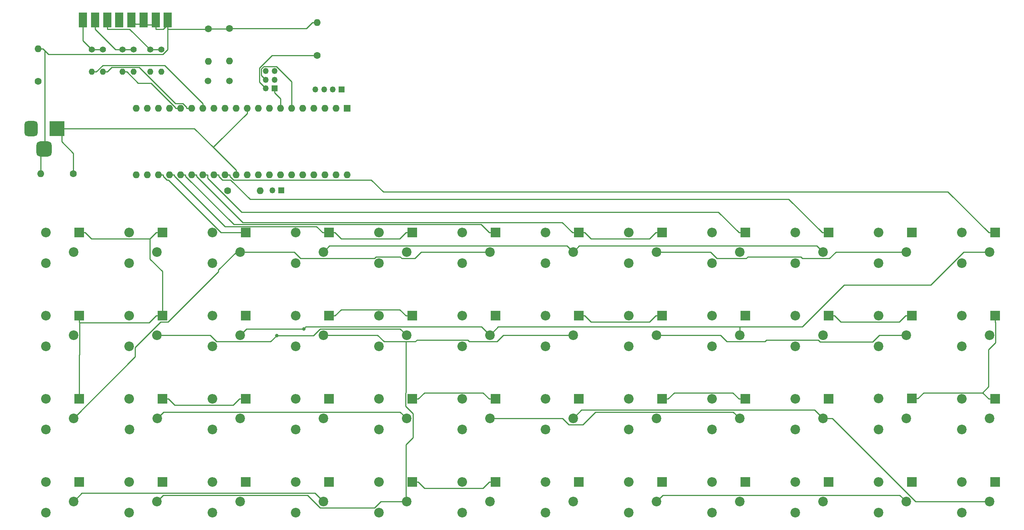
<source format=gbr>
%TF.GenerationSoftware,KiCad,Pcbnew,(6.0.0-0)*%
%TF.CreationDate,2022-06-17T23:46:41-04:00*%
%TF.ProjectId,justin-freetracing,6a757374-696e-42d6-9672-656574726163,rev?*%
%TF.SameCoordinates,Original*%
%TF.FileFunction,Copper,L1,Top*%
%TF.FilePolarity,Positive*%
%FSLAX46Y46*%
G04 Gerber Fmt 4.6, Leading zero omitted, Abs format (unit mm)*
G04 Created by KiCad (PCBNEW (6.0.0-0)) date 2022-06-17 23:46:41*
%MOMM*%
%LPD*%
G01*
G04 APERTURE LIST*
G04 Aperture macros list*
%AMRoundRect*
0 Rectangle with rounded corners*
0 $1 Rounding radius*
0 $2 $3 $4 $5 $6 $7 $8 $9 X,Y pos of 4 corners*
0 Add a 4 corners polygon primitive as box body*
4,1,4,$2,$3,$4,$5,$6,$7,$8,$9,$2,$3,0*
0 Add four circle primitives for the rounded corners*
1,1,$1+$1,$2,$3*
1,1,$1+$1,$4,$5*
1,1,$1+$1,$6,$7*
1,1,$1+$1,$8,$9*
0 Add four rect primitives between the rounded corners*
20,1,$1+$1,$2,$3,$4,$5,0*
20,1,$1+$1,$4,$5,$6,$7,0*
20,1,$1+$1,$6,$7,$8,$9,0*
20,1,$1+$1,$8,$9,$2,$3,0*%
G04 Aperture macros list end*
%TA.AperFunction,ComponentPad*%
%ADD10R,3.500000X3.500000*%
%TD*%
%TA.AperFunction,ComponentPad*%
%ADD11RoundRect,0.750000X-0.750000X-1.000000X0.750000X-1.000000X0.750000X1.000000X-0.750000X1.000000X0*%
%TD*%
%TA.AperFunction,ComponentPad*%
%ADD12RoundRect,0.875000X-0.875000X-0.875000X0.875000X-0.875000X0.875000X0.875000X-0.875000X0.875000X0*%
%TD*%
%TA.AperFunction,ComponentPad*%
%ADD13C,1.600000*%
%TD*%
%TA.AperFunction,ComponentPad*%
%ADD14O,1.600000X1.600000*%
%TD*%
%TA.AperFunction,ComponentPad*%
%ADD15R,1.350000X1.350000*%
%TD*%
%TA.AperFunction,ComponentPad*%
%ADD16O,1.350000X1.350000*%
%TD*%
%TA.AperFunction,ComponentPad*%
%ADD17C,2.200000*%
%TD*%
%TA.AperFunction,ComponentPad*%
%ADD18R,1.600000X1.600000*%
%TD*%
%TA.AperFunction,SMDPad,CuDef*%
%ADD19R,1.846667X3.480000*%
%TD*%
%TA.AperFunction,ComponentPad*%
%ADD20C,1.500000*%
%TD*%
%TA.AperFunction,ComponentPad*%
%ADD21R,2.200000X2.200000*%
%TD*%
%TA.AperFunction,ComponentPad*%
%ADD22O,2.200000X2.200000*%
%TD*%
%TA.AperFunction,ComponentPad*%
%ADD23C,1.400000*%
%TD*%
%TA.AperFunction,ComponentPad*%
%ADD24O,1.400000X1.400000*%
%TD*%
%TA.AperFunction,ViaPad*%
%ADD25C,0.800000*%
%TD*%
%TA.AperFunction,Conductor*%
%ADD26C,0.250000*%
%TD*%
G04 APERTURE END LIST*
D10*
%TO.P,J5,1*%
%TO.N,VCC*%
X21670000Y-73300000D03*
D11*
%TO.P,J5,2*%
%TO.N,unconnected-(J5-Pad2)*%
X15670000Y-73300000D03*
D12*
%TO.P,J5,3*%
%TO.N,GND*%
X18670000Y-78000000D03*
%TD*%
D13*
%TO.P,C6,1*%
%TO.N,VCC*%
X25380000Y-83640000D03*
D14*
%TO.P,C6,2*%
%TO.N,GND*%
X17880000Y-83640000D03*
%TD*%
%TO.P,C5,2*%
%TO.N,GND*%
X17280000Y-55020000D03*
D13*
%TO.P,C5,1*%
%TO.N,VCC*%
X17280000Y-62520000D03*
%TD*%
%TO.P,C4,1*%
%TO.N,VCC*%
X81160000Y-56570000D03*
D14*
%TO.P,C4,2*%
%TO.N,GND*%
X81160000Y-49070000D03*
%TD*%
D15*
%TO.P,J2,1,Pin_1*%
%TO.N,/MISO*%
X71393000Y-64126000D03*
D16*
%TO.P,J2,2,Pin_2*%
%TO.N,VCC*%
X69393000Y-64126000D03*
%TO.P,J2,3,Pin_3*%
%TO.N,/PB7*%
X71393000Y-62126000D03*
%TO.P,J2,4,Pin_4*%
%TO.N,/MOSI*%
X69393000Y-62126000D03*
%TO.P,J2,5,Pin_5*%
%TO.N,/~RESET*%
X71393000Y-60126000D03*
%TO.P,J2,6,Pin_6*%
%TO.N,GND*%
X69393000Y-60126000D03*
%TD*%
D17*
%TO.P,K27,1,1*%
%TO.N,/KR2*%
X139700000Y-139700000D03*
%TO.P,K27,2,2*%
%TO.N,Net-(D27-Pad2)*%
X133350000Y-142240000D03*
%TD*%
%TO.P,K6,1,1*%
%TO.N,/KR5*%
X44450000Y-120650000D03*
%TO.P,K6,2,2*%
%TO.N,Net-(D6-Pad2)*%
X38100000Y-123190000D03*
%TD*%
%TO.P,K26,1,1*%
%TO.N,/KR1*%
X139700000Y-120650000D03*
%TO.P,K26,2,2*%
%TO.N,Net-(D26-Pad2)*%
X133350000Y-123190000D03*
%TD*%
%TO.P,K25,1,1*%
%TO.N,/KR0*%
X139700000Y-101600000D03*
%TO.P,K25,2,2*%
%TO.N,Net-(D25-Pad2)*%
X133350000Y-104140000D03*
%TD*%
D18*
%TO.P,U1,1,PB0*%
%TO.N,/PB0*%
X87985000Y-68705000D03*
D14*
%TO.P,U1,2,PB1*%
%TO.N,/PB1*%
X85445000Y-68705000D03*
%TO.P,U1,3,PB2*%
%TO.N,/PB2*%
X82905000Y-68705000D03*
%TO.P,U1,4,PB3*%
%TO.N,/PB3*%
X80365000Y-68705000D03*
%TO.P,U1,5,PB4*%
%TO.N,/PB4*%
X77825000Y-68705000D03*
%TO.P,U1,6,PB5*%
%TO.N,/MOSI*%
X75285000Y-68705000D03*
%TO.P,U1,7,PB6*%
%TO.N,/MISO*%
X72745000Y-68705000D03*
%TO.P,U1,8,PB7*%
%TO.N,/PB7*%
X70205000Y-68705000D03*
%TO.P,U1,9,~{RESET}*%
%TO.N,/~RESET*%
X67665000Y-68705000D03*
%TO.P,U1,10,VCC*%
%TO.N,VCC*%
X65125000Y-68705000D03*
%TO.P,U1,11,GND*%
%TO.N,GND*%
X62585000Y-68705000D03*
%TO.P,U1,12,XTAL2*%
%TO.N,Net-(C2-Pad2)*%
X60045000Y-68705000D03*
%TO.P,U1,13,XTAL1*%
%TO.N,Net-(C1-Pad2)*%
X57505000Y-68705000D03*
%TO.P,U1,14,PD0*%
%TO.N,Net-(R50-Pad2)*%
X54965000Y-68705000D03*
%TO.P,U1,15,PD1*%
%TO.N,Net-(R54-Pad2)*%
X52425000Y-68705000D03*
%TO.P,U1,16,PD2*%
%TO.N,Net-(R49-Pad2)*%
X49885000Y-68705000D03*
%TO.P,U1,17,PD3*%
%TO.N,Net-(R52-Pad2)*%
X47345000Y-68705000D03*
%TO.P,U1,18,PD4*%
%TO.N,Net-(R51-Pad2)*%
X44805000Y-68705000D03*
%TO.P,U1,19,PD5*%
%TO.N,Net-(R53-Pad2)*%
X42265000Y-68705000D03*
%TO.P,U1,20,PD6*%
%TO.N,/VSYNC*%
X39725000Y-68705000D03*
%TO.P,U1,21,PD7*%
%TO.N,/HSYNC*%
X39725000Y-83945000D03*
%TO.P,U1,22,PC0*%
%TO.N,/KC0*%
X42265000Y-83945000D03*
%TO.P,U1,23,PC1*%
%TO.N,/KC1*%
X44805000Y-83945000D03*
%TO.P,U1,24,PC2*%
%TO.N,/KC2*%
X47345000Y-83945000D03*
%TO.P,U1,25,PC3*%
%TO.N,/KC3*%
X49885000Y-83945000D03*
%TO.P,U1,26,PC4*%
%TO.N,/KC4*%
X52425000Y-83945000D03*
%TO.P,U1,27,PC5*%
%TO.N,/KC5*%
X54965000Y-83945000D03*
%TO.P,U1,28,PC6*%
%TO.N,/KC6*%
X57505000Y-83945000D03*
%TO.P,U1,29,PC7*%
%TO.N,/KC7*%
X60045000Y-83945000D03*
%TO.P,U1,30,AVCC*%
%TO.N,VCC*%
X62585000Y-83945000D03*
%TO.P,U1,31,GND*%
%TO.N,GND*%
X65125000Y-83945000D03*
%TO.P,U1,32,AREF*%
%TO.N,Net-(C3-Pad2)*%
X67665000Y-83945000D03*
%TO.P,U1,33,PA7*%
%TO.N,/PA7*%
X70205000Y-83945000D03*
%TO.P,U1,34,PA6*%
%TO.N,/PA6*%
X72745000Y-83945000D03*
%TO.P,U1,35,PA5*%
%TO.N,/KR5*%
X75285000Y-83945000D03*
%TO.P,U1,36,PA4*%
%TO.N,/KR4*%
X77825000Y-83945000D03*
%TO.P,U1,37,PA3*%
%TO.N,/KR3*%
X80365000Y-83945000D03*
%TO.P,U1,38,PA2*%
%TO.N,/KR2*%
X82905000Y-83945000D03*
%TO.P,U1,39,PA1*%
%TO.N,/KR1*%
X85445000Y-83945000D03*
%TO.P,U1,40,PA0*%
%TO.N,/KR0*%
X87985000Y-83945000D03*
%TD*%
D17*
%TO.P,K44,1,1*%
%TO.N,/KR1*%
X215900000Y-158750000D03*
%TO.P,K44,2,2*%
%TO.N,Net-(D44-Pad2)*%
X209550000Y-161290000D03*
%TD*%
%TO.P,K33,1,1*%
%TO.N,/KR2*%
X177800000Y-101600000D03*
%TO.P,K33,2,2*%
%TO.N,Net-(D33-Pad2)*%
X171450000Y-104140000D03*
%TD*%
%TO.P,K2,1,1*%
%TO.N,/KR1*%
X25400000Y-120650000D03*
%TO.P,K2,2,2*%
%TO.N,Net-(D2-Pad2)*%
X19050000Y-123190000D03*
%TD*%
D14*
%TO.P,C3,2*%
%TO.N,Net-(C3-Pad2)*%
X68150000Y-87570000D03*
D13*
%TO.P,C3,1*%
%TO.N,GND*%
X60650000Y-87570000D03*
%TD*%
D17*
%TO.P,K36,1,1*%
%TO.N,/KR5*%
X177800000Y-158750000D03*
%TO.P,K36,2,2*%
%TO.N,Net-(D36-Pad2)*%
X171450000Y-161290000D03*
%TD*%
%TO.P,K8,1,1*%
%TO.N,/KR1*%
X44450000Y-158750000D03*
%TO.P,K8,2,2*%
%TO.N,Net-(D8-Pad2)*%
X38100000Y-161290000D03*
%TD*%
%TO.P,K12,1,1*%
%TO.N,/KR5*%
X63500000Y-158750000D03*
%TO.P,K12,2,2*%
%TO.N,Net-(D12-Pad2)*%
X57150000Y-161290000D03*
%TD*%
%TO.P,K5,1,1*%
%TO.N,/KR4*%
X44450000Y-101600000D03*
%TO.P,K5,2,2*%
%TO.N,Net-(D5-Pad2)*%
X38100000Y-104140000D03*
%TD*%
%TO.P,K14,1,1*%
%TO.N,/KR1*%
X82550000Y-120650000D03*
%TO.P,K14,2,2*%
%TO.N,Net-(D14-Pad2)*%
X76200000Y-123190000D03*
%TD*%
%TO.P,K38,1,1*%
%TO.N,/KR1*%
X196850000Y-120650000D03*
%TO.P,K38,2,2*%
%TO.N,Net-(D38-Pad2)*%
X190500000Y-123190000D03*
%TD*%
%TO.P,K23,1,1*%
%TO.N,/KR4*%
X120650000Y-139700000D03*
%TO.P,K23,2,2*%
%TO.N,Net-(D23-Pad2)*%
X114300000Y-142240000D03*
%TD*%
%TO.P,K16,1,1*%
%TO.N,/KR3*%
X82550000Y-158750000D03*
%TO.P,K16,2,2*%
%TO.N,Net-(D16-Pad2)*%
X76200000Y-161290000D03*
%TD*%
%TO.P,K10,1,1*%
%TO.N,/KR3*%
X63500000Y-120650000D03*
%TO.P,K10,2,2*%
%TO.N,Net-(D10-Pad2)*%
X57150000Y-123190000D03*
%TD*%
%TO.P,K43,1,1*%
%TO.N,/KR0*%
X215900000Y-139700000D03*
%TO.P,K43,2,2*%
%TO.N,Net-(D43-Pad2)*%
X209550000Y-142240000D03*
%TD*%
%TO.P,K48,1,1*%
%TO.N,/KR5*%
X234950000Y-139700000D03*
%TO.P,K48,2,2*%
%TO.N,Net-(D48-Pad2)*%
X228600000Y-142240000D03*
%TD*%
D15*
%TO.P,J4,1,Pin_1*%
%TO.N,/PB0*%
X86719000Y-64358000D03*
D16*
%TO.P,J4,2,Pin_2*%
%TO.N,/PB1*%
X84719000Y-64358000D03*
%TO.P,J4,3,Pin_3*%
%TO.N,/PB2*%
X82719000Y-64358000D03*
%TO.P,J4,4,Pin_4*%
%TO.N,/PB3*%
X80719000Y-64358000D03*
%TD*%
D17*
%TO.P,K13,1,1*%
%TO.N,/KR0*%
X82550000Y-101600000D03*
%TO.P,K13,2,2*%
%TO.N,Net-(D13-Pad2)*%
X76200000Y-104140000D03*
%TD*%
%TO.P,K29,1,1*%
%TO.N,/KR4*%
X158750000Y-101600000D03*
%TO.P,K29,2,2*%
%TO.N,Net-(D29-Pad2)*%
X152400000Y-104140000D03*
%TD*%
%TO.P,K15,1,1*%
%TO.N,/KR2*%
X82550000Y-139700000D03*
%TO.P,K15,2,2*%
%TO.N,Net-(D15-Pad2)*%
X76200000Y-142240000D03*
%TD*%
%TO.P,K7,1,1*%
%TO.N,/KR0*%
X44577000Y-139700000D03*
%TO.P,K7,2,2*%
%TO.N,Net-(D7-Pad2)*%
X38227000Y-142240000D03*
%TD*%
%TO.P,K47,1,1*%
%TO.N,/KR4*%
X234950000Y-120650000D03*
%TO.P,K47,2,2*%
%TO.N,Net-(D47-Pad2)*%
X228600000Y-123190000D03*
%TD*%
%TO.P,K28,1,1*%
%TO.N,/KR3*%
X139700000Y-158750000D03*
%TO.P,K28,2,2*%
%TO.N,Net-(D28-Pad2)*%
X133350000Y-161290000D03*
%TD*%
%TO.P,K46,1,1*%
%TO.N,/KR3*%
X234950000Y-101600000D03*
%TO.P,K46,2,2*%
%TO.N,Net-(D46-Pad2)*%
X228600000Y-104140000D03*
%TD*%
%TO.P,K9,1,1*%
%TO.N,/KR2*%
X63500000Y-101600000D03*
%TO.P,K9,2,2*%
%TO.N,Net-(D9-Pad2)*%
X57150000Y-104140000D03*
%TD*%
%TO.P,K20,1,1*%
%TO.N,/KR1*%
X101600000Y-158750000D03*
%TO.P,K20,2,2*%
%TO.N,Net-(D20-Pad2)*%
X95250000Y-161290000D03*
%TD*%
%TO.P,K45,1,1*%
%TO.N,/KR2*%
X234950000Y-158750000D03*
%TO.P,K45,2,2*%
%TO.N,Net-(D45-Pad2)*%
X228600000Y-161290000D03*
%TD*%
D19*
%TO.P,J1,1*%
%TO.N,/RED*%
X27575000Y-48482500D03*
%TO.P,J1,2*%
%TO.N,/GREEN*%
X30345000Y-48482500D03*
%TO.P,J1,3*%
%TO.N,/BLUE*%
X33115000Y-48482500D03*
%TO.P,J1,4*%
%TO.N,unconnected-(J1-Pad4)*%
X35885000Y-48482500D03*
%TO.P,J1,5*%
%TO.N,GND*%
X38655000Y-48482500D03*
%TO.P,J1,6*%
X41425000Y-48482500D03*
%TO.P,J1,7*%
X44195000Y-48482500D03*
%TO.P,J1,8*%
X46965000Y-48482500D03*
%TD*%
D17*
%TO.P,K17,1,1*%
%TO.N,/KR4*%
X101600000Y-101600000D03*
%TO.P,K17,2,2*%
%TO.N,Net-(D17-Pad2)*%
X95250000Y-104140000D03*
%TD*%
%TO.P,K34,1,1*%
%TO.N,/KR3*%
X177800000Y-120650000D03*
%TO.P,K34,2,2*%
%TO.N,Net-(D34-Pad2)*%
X171450000Y-123190000D03*
%TD*%
%TO.P,K32,1,1*%
%TO.N,/KR1*%
X158750000Y-158750000D03*
%TO.P,K32,2,2*%
%TO.N,Net-(D32-Pad2)*%
X152400000Y-161290000D03*
%TD*%
%TO.P,K40,1,1*%
%TO.N,/KR3*%
X196850000Y-158750000D03*
%TO.P,K40,2,2*%
%TO.N,Net-(D40-Pad2)*%
X190500000Y-161290000D03*
%TD*%
%TO.P,K31,1,1*%
%TO.N,/KR0*%
X158750000Y-139700000D03*
%TO.P,K31,2,2*%
%TO.N,Net-(D31-Pad2)*%
X152400000Y-142240000D03*
%TD*%
%TO.P,K18,1,1*%
%TO.N,/KR5*%
X101600000Y-120650000D03*
%TO.P,K18,2,2*%
%TO.N,Net-(D18-Pad2)*%
X95250000Y-123190000D03*
%TD*%
%TO.P,K41,1,1*%
%TO.N,/KR4*%
X215900000Y-101600000D03*
%TO.P,K41,2,2*%
%TO.N,Net-(D41-Pad2)*%
X209550000Y-104140000D03*
%TD*%
%TO.P,K39,1,1*%
%TO.N,/KR2*%
X196850000Y-139700000D03*
%TO.P,K39,2,2*%
%TO.N,Net-(D39-Pad2)*%
X190500000Y-142240000D03*
%TD*%
%TO.P,K21,1,1*%
%TO.N,/KR2*%
X120650000Y-101600000D03*
%TO.P,K21,2,2*%
%TO.N,Net-(D21-Pad2)*%
X114300000Y-104140000D03*
%TD*%
D14*
%TO.P,C2,2*%
%TO.N,Net-(C2-Pad2)*%
X61075000Y-57880000D03*
D13*
%TO.P,C2,1*%
%TO.N,GND*%
X61075000Y-50380000D03*
%TD*%
D17*
%TO.P,K37,1,1*%
%TO.N,/KR0*%
X196850000Y-101600000D03*
%TO.P,K37,2,2*%
%TO.N,Net-(D37-Pad2)*%
X190500000Y-104140000D03*
%TD*%
%TO.P,K3,1,1*%
%TO.N,/KR2*%
X25400000Y-139700000D03*
%TO.P,K3,2,2*%
%TO.N,Net-(D3-Pad2)*%
X19050000Y-142240000D03*
%TD*%
%TO.P,K24,1,1*%
%TO.N,/KR5*%
X120650000Y-158750000D03*
%TO.P,K24,2,2*%
%TO.N,Net-(D24-Pad2)*%
X114300000Y-161290000D03*
%TD*%
D14*
%TO.P,C1,2*%
%TO.N,Net-(C1-Pad2)*%
X56230000Y-57940000D03*
D13*
%TO.P,C1,1*%
%TO.N,GND*%
X56230000Y-50440000D03*
%TD*%
D17*
%TO.P,K1,1,1*%
%TO.N,/KR0*%
X25400000Y-101600000D03*
%TO.P,K1,2,2*%
%TO.N,Net-(D1-Pad2)*%
X19050000Y-104140000D03*
%TD*%
D15*
%TO.P,J3,1,Pin_1*%
%TO.N,/PA6*%
X72920000Y-87500000D03*
D16*
%TO.P,J3,2,Pin_2*%
%TO.N,/PA7*%
X70920000Y-87500000D03*
%TD*%
D17*
%TO.P,K42,1,1*%
%TO.N,/KR5*%
X215900000Y-120650000D03*
%TO.P,K42,2,2*%
%TO.N,Net-(D42-Pad2)*%
X209550000Y-123190000D03*
%TD*%
%TO.P,K19,1,1*%
%TO.N,/KR0*%
X101600000Y-139700000D03*
%TO.P,K19,2,2*%
%TO.N,Net-(D19-Pad2)*%
X95250000Y-142240000D03*
%TD*%
%TO.P,K35,1,1*%
%TO.N,/KR4*%
X177800000Y-139700000D03*
%TO.P,K35,2,2*%
%TO.N,Net-(D35-Pad2)*%
X171450000Y-142240000D03*
%TD*%
%TO.P,K11,1,1*%
%TO.N,/KR4*%
X63500000Y-139700000D03*
%TO.P,K11,2,2*%
%TO.N,Net-(D11-Pad2)*%
X57150000Y-142240000D03*
%TD*%
%TO.P,K22,1,1*%
%TO.N,/KR3*%
X120650000Y-120650000D03*
%TO.P,K22,2,2*%
%TO.N,Net-(D22-Pad2)*%
X114300000Y-123190000D03*
%TD*%
%TO.P,K4,1,1*%
%TO.N,/KR3*%
X25400000Y-158750000D03*
%TO.P,K4,2,2*%
%TO.N,Net-(D4-Pad2)*%
X19050000Y-161290000D03*
%TD*%
D20*
%TO.P,Y1,1,1*%
%TO.N,Net-(C2-Pad2)*%
X61075000Y-62405000D03*
%TO.P,Y1,2,2*%
%TO.N,Net-(C1-Pad2)*%
X56195000Y-62405000D03*
%TD*%
D17*
%TO.P,K30,1,1*%
%TO.N,/KR5*%
X158750000Y-120650000D03*
%TO.P,K30,2,2*%
%TO.N,Net-(D30-Pad2)*%
X152400000Y-123190000D03*
%TD*%
D21*
%TO.P,D45,1,K*%
%TO.N,/KC7*%
X236220000Y-154305000D03*
D22*
%TO.P,D45,2,A*%
%TO.N,Net-(D45-Pad2)*%
X228600000Y-154305000D03*
%TD*%
D21*
%TO.P,D17,1,K*%
%TO.N,/KC2*%
X102870000Y-97155000D03*
D22*
%TO.P,D17,2,A*%
%TO.N,Net-(D17-Pad2)*%
X95250000Y-97155000D03*
%TD*%
D21*
%TO.P,D25,1,K*%
%TO.N,/KC4*%
X140970000Y-97155000D03*
D22*
%TO.P,D25,2,A*%
%TO.N,Net-(D25-Pad2)*%
X133350000Y-97155000D03*
%TD*%
D21*
%TO.P,D23,1,K*%
%TO.N,/KC3*%
X121920000Y-135255000D03*
D22*
%TO.P,D23,2,A*%
%TO.N,Net-(D23-Pad2)*%
X114300000Y-135255000D03*
%TD*%
D21*
%TO.P,D7,1,K*%
%TO.N,/KC1*%
X45720000Y-135255000D03*
D22*
%TO.P,D7,2,A*%
%TO.N,Net-(D7-Pad2)*%
X38100000Y-135255000D03*
%TD*%
D23*
%TO.P,R50,1*%
%TO.N,/RED*%
X29595000Y-55245000D03*
D24*
%TO.P,R50,2*%
%TO.N,Net-(R50-Pad2)*%
X29595000Y-60325000D03*
%TD*%
D21*
%TO.P,D37,1,K*%
%TO.N,/KC6*%
X198120000Y-97155000D03*
D22*
%TO.P,D37,2,A*%
%TO.N,Net-(D37-Pad2)*%
X190500000Y-97155000D03*
%TD*%
D21*
%TO.P,D41,1,K*%
%TO.N,/KC6*%
X217170000Y-97155000D03*
D22*
%TO.P,D41,2,A*%
%TO.N,Net-(D41-Pad2)*%
X209550000Y-97155000D03*
%TD*%
D21*
%TO.P,D28,1,K*%
%TO.N,/KC4*%
X140970000Y-154305000D03*
D22*
%TO.P,D28,2,A*%
%TO.N,Net-(D28-Pad2)*%
X133350000Y-154305000D03*
%TD*%
D21*
%TO.P,D11,1,K*%
%TO.N,/KC1*%
X64770000Y-135255000D03*
D22*
%TO.P,D11,2,A*%
%TO.N,Net-(D11-Pad2)*%
X57150000Y-135255000D03*
%TD*%
D21*
%TO.P,D43,1,K*%
%TO.N,/KC7*%
X217170000Y-135128000D03*
D22*
%TO.P,D43,2,A*%
%TO.N,Net-(D43-Pad2)*%
X209550000Y-135128000D03*
%TD*%
D23*
%TO.P,R52,1*%
%TO.N,/GREEN*%
X39120000Y-55245000D03*
D24*
%TO.P,R52,2*%
%TO.N,Net-(R52-Pad2)*%
X39120000Y-60325000D03*
%TD*%
D21*
%TO.P,D21,1,K*%
%TO.N,/KC3*%
X121920000Y-97155000D03*
D22*
%TO.P,D21,2,A*%
%TO.N,Net-(D21-Pad2)*%
X114300000Y-97155000D03*
%TD*%
D21*
%TO.P,D27,1,K*%
%TO.N,/KC4*%
X140970000Y-135255000D03*
D22*
%TO.P,D27,2,A*%
%TO.N,Net-(D27-Pad2)*%
X133350000Y-135255000D03*
%TD*%
D21*
%TO.P,D35,1,K*%
%TO.N,/KC5*%
X179070000Y-135255000D03*
D22*
%TO.P,D35,2,A*%
%TO.N,Net-(D35-Pad2)*%
X171450000Y-135255000D03*
%TD*%
D21*
%TO.P,D16,1,K*%
%TO.N,/KC2*%
X83820000Y-154305000D03*
D22*
%TO.P,D16,2,A*%
%TO.N,Net-(D16-Pad2)*%
X76200000Y-154305000D03*
%TD*%
D21*
%TO.P,D19,1,K*%
%TO.N,/KC3*%
X102870000Y-135255000D03*
D22*
%TO.P,D19,2,A*%
%TO.N,Net-(D19-Pad2)*%
X95250000Y-135255000D03*
%TD*%
D21*
%TO.P,D42,1,K*%
%TO.N,/KC6*%
X217170000Y-116205000D03*
D22*
%TO.P,D42,2,A*%
%TO.N,Net-(D42-Pad2)*%
X209550000Y-116205000D03*
%TD*%
D21*
%TO.P,D31,1,K*%
%TO.N,/KC5*%
X160020000Y-135255000D03*
D22*
%TO.P,D31,2,A*%
%TO.N,Net-(D31-Pad2)*%
X152400000Y-135255000D03*
%TD*%
D21*
%TO.P,D38,1,K*%
%TO.N,/KC6*%
X198120000Y-116205000D03*
D22*
%TO.P,D38,2,A*%
%TO.N,Net-(D38-Pad2)*%
X190500000Y-116205000D03*
%TD*%
D21*
%TO.P,D15,1,K*%
%TO.N,/KC2*%
X83820000Y-135255000D03*
D22*
%TO.P,D15,2,A*%
%TO.N,Net-(D15-Pad2)*%
X76200000Y-135255000D03*
%TD*%
D21*
%TO.P,D34,1,K*%
%TO.N,/KC5*%
X179070000Y-116205000D03*
D22*
%TO.P,D34,2,A*%
%TO.N,Net-(D34-Pad2)*%
X171450000Y-116205000D03*
%TD*%
D21*
%TO.P,D10,1,K*%
%TO.N,/KC1*%
X64770000Y-116205000D03*
D22*
%TO.P,D10,2,A*%
%TO.N,Net-(D10-Pad2)*%
X57150000Y-116205000D03*
%TD*%
D23*
%TO.P,R53,1*%
%TO.N,/BLUE*%
X42930000Y-55245000D03*
D24*
%TO.P,R53,2*%
%TO.N,Net-(R53-Pad2)*%
X42930000Y-60325000D03*
%TD*%
D21*
%TO.P,D40,1,K*%
%TO.N,/KC6*%
X198120000Y-154305000D03*
D22*
%TO.P,D40,2,A*%
%TO.N,Net-(D40-Pad2)*%
X190500000Y-154305000D03*
%TD*%
D21*
%TO.P,D13,1,K*%
%TO.N,/KC2*%
X83820000Y-97155000D03*
D22*
%TO.P,D13,2,A*%
%TO.N,Net-(D13-Pad2)*%
X76200000Y-97155000D03*
%TD*%
D21*
%TO.P,D29,1,K*%
%TO.N,/KC4*%
X160020000Y-97155000D03*
D22*
%TO.P,D29,2,A*%
%TO.N,Net-(D29-Pad2)*%
X152400000Y-97155000D03*
%TD*%
D21*
%TO.P,D6,1,K*%
%TO.N,/KC0*%
X45720000Y-116205000D03*
D22*
%TO.P,D6,2,A*%
%TO.N,Net-(D6-Pad2)*%
X38100000Y-116205000D03*
%TD*%
D21*
%TO.P,D5,1,K*%
%TO.N,/KC0*%
X45720000Y-97155000D03*
D22*
%TO.P,D5,2,A*%
%TO.N,Net-(D5-Pad2)*%
X38100000Y-97155000D03*
%TD*%
D21*
%TO.P,D12,1,K*%
%TO.N,/KC1*%
X64770000Y-154305000D03*
D22*
%TO.P,D12,2,A*%
%TO.N,Net-(D12-Pad2)*%
X57150000Y-154305000D03*
%TD*%
D21*
%TO.P,D32,1,K*%
%TO.N,/KC5*%
X160020000Y-154305000D03*
D22*
%TO.P,D32,2,A*%
%TO.N,Net-(D32-Pad2)*%
X152400000Y-154305000D03*
%TD*%
D21*
%TO.P,D44,1,K*%
%TO.N,/KC7*%
X217170000Y-154305000D03*
D22*
%TO.P,D44,2,A*%
%TO.N,Net-(D44-Pad2)*%
X209550000Y-154305000D03*
%TD*%
D23*
%TO.P,R54,1*%
%TO.N,/RED*%
X32135000Y-55245000D03*
D24*
%TO.P,R54,2*%
%TO.N,Net-(R54-Pad2)*%
X32135000Y-60325000D03*
%TD*%
D21*
%TO.P,D8,1,K*%
%TO.N,/KC1*%
X45720000Y-154305000D03*
D22*
%TO.P,D8,2,A*%
%TO.N,Net-(D8-Pad2)*%
X38100000Y-154305000D03*
%TD*%
D21*
%TO.P,D9,1,K*%
%TO.N,/KC1*%
X64770000Y-97155000D03*
D22*
%TO.P,D9,2,A*%
%TO.N,Net-(D9-Pad2)*%
X57150000Y-97155000D03*
%TD*%
D21*
%TO.P,D14,1,K*%
%TO.N,/KC2*%
X83820000Y-116205000D03*
D22*
%TO.P,D14,2,A*%
%TO.N,Net-(D14-Pad2)*%
X76200000Y-116205000D03*
%TD*%
D21*
%TO.P,D20,1,K*%
%TO.N,/KC3*%
X102870000Y-154305000D03*
D22*
%TO.P,D20,2,A*%
%TO.N,Net-(D20-Pad2)*%
X95250000Y-154305000D03*
%TD*%
D21*
%TO.P,D46,1,K*%
%TO.N,/KC7*%
X236220000Y-97155000D03*
D22*
%TO.P,D46,2,A*%
%TO.N,Net-(D46-Pad2)*%
X228600000Y-97155000D03*
%TD*%
D21*
%TO.P,D18,1,K*%
%TO.N,/KC2*%
X102870000Y-116205000D03*
D22*
%TO.P,D18,2,A*%
%TO.N,Net-(D18-Pad2)*%
X95250000Y-116205000D03*
%TD*%
D21*
%TO.P,D47,1,K*%
%TO.N,/KC7*%
X236220000Y-116205000D03*
D22*
%TO.P,D47,2,A*%
%TO.N,Net-(D47-Pad2)*%
X228600000Y-116205000D03*
%TD*%
D21*
%TO.P,D24,1,K*%
%TO.N,/KC3*%
X121920000Y-154305000D03*
D22*
%TO.P,D24,2,A*%
%TO.N,Net-(D24-Pad2)*%
X114300000Y-154305000D03*
%TD*%
D21*
%TO.P,D22,1,K*%
%TO.N,/KC3*%
X121920000Y-116205000D03*
D22*
%TO.P,D22,2,A*%
%TO.N,Net-(D22-Pad2)*%
X114300000Y-116205000D03*
%TD*%
D23*
%TO.P,R49,1*%
%TO.N,/GREEN*%
X36580000Y-55245000D03*
D24*
%TO.P,R49,2*%
%TO.N,Net-(R49-Pad2)*%
X36580000Y-60325000D03*
%TD*%
D21*
%TO.P,D4,1,K*%
%TO.N,/KC0*%
X26670000Y-154305000D03*
D22*
%TO.P,D4,2,A*%
%TO.N,Net-(D4-Pad2)*%
X19050000Y-154305000D03*
%TD*%
D21*
%TO.P,D3,1,K*%
%TO.N,/KC0*%
X26670000Y-135255000D03*
D22*
%TO.P,D3,2,A*%
%TO.N,Net-(D3-Pad2)*%
X19050000Y-135255000D03*
%TD*%
D23*
%TO.P,R51,1*%
%TO.N,/BLUE*%
X45470000Y-55245000D03*
D24*
%TO.P,R51,2*%
%TO.N,Net-(R51-Pad2)*%
X45470000Y-60325000D03*
%TD*%
D21*
%TO.P,D1,1,K*%
%TO.N,/KC0*%
X26670000Y-97155000D03*
D22*
%TO.P,D1,2,A*%
%TO.N,Net-(D1-Pad2)*%
X19050000Y-97155000D03*
%TD*%
D21*
%TO.P,D33,1,K*%
%TO.N,/KC5*%
X179070000Y-97155000D03*
D22*
%TO.P,D33,2,A*%
%TO.N,Net-(D33-Pad2)*%
X171450000Y-97155000D03*
%TD*%
D21*
%TO.P,D2,1,K*%
%TO.N,/KC0*%
X26670000Y-116205000D03*
D22*
%TO.P,D2,2,A*%
%TO.N,Net-(D2-Pad2)*%
X19050000Y-116205000D03*
%TD*%
D21*
%TO.P,D39,1,K*%
%TO.N,/KC6*%
X198120000Y-135255000D03*
D22*
%TO.P,D39,2,A*%
%TO.N,Net-(D39-Pad2)*%
X190500000Y-135255000D03*
%TD*%
D21*
%TO.P,D26,1,K*%
%TO.N,/KC4*%
X140970000Y-116205000D03*
D22*
%TO.P,D26,2,A*%
%TO.N,Net-(D26-Pad2)*%
X133350000Y-116205000D03*
%TD*%
D21*
%TO.P,D48,1,K*%
%TO.N,/KC7*%
X236220000Y-135255000D03*
D22*
%TO.P,D48,2,A*%
%TO.N,Net-(D48-Pad2)*%
X228600000Y-135255000D03*
%TD*%
D21*
%TO.P,D36,1,K*%
%TO.N,/KC5*%
X179070000Y-154305000D03*
D22*
%TO.P,D36,2,A*%
%TO.N,Net-(D36-Pad2)*%
X171450000Y-154305000D03*
%TD*%
D21*
%TO.P,D30,1,K*%
%TO.N,/KC4*%
X160020000Y-116205000D03*
D22*
%TO.P,D30,2,A*%
%TO.N,Net-(D30-Pad2)*%
X152400000Y-116205000D03*
%TD*%
D25*
%TO.N,/KR3*%
X78071900Y-119186000D03*
%TO.N,/KR5*%
X71939400Y-120705000D03*
%TD*%
D26*
%TO.N,VCC*%
X57360300Y-77595000D02*
X53065300Y-73300000D01*
X53065300Y-73300000D02*
X21670000Y-73300000D01*
%TO.N,GND*%
X18670000Y-78000000D02*
X17880000Y-78790000D01*
X17880000Y-78790000D02*
X17880000Y-83640000D01*
%TO.N,VCC*%
X22707700Y-76325000D02*
X25380000Y-78997300D01*
X25380000Y-78997300D02*
X25380000Y-83640000D01*
%TO.N,/KR1*%
X95722900Y-158750000D02*
X101600000Y-158750000D01*
X94292200Y-160181000D02*
X95722900Y-158750000D01*
X81828500Y-160181000D02*
X94292200Y-160181000D01*
X78928400Y-157281000D02*
X81828500Y-160181000D01*
X45919400Y-157281000D02*
X78928400Y-157281000D01*
X44450000Y-158750000D02*
X45919400Y-157281000D01*
X101445000Y-158595000D02*
X101600000Y-158750000D01*
X101445000Y-145684000D02*
X101445000Y-158595000D01*
X103046000Y-144083000D02*
X101445000Y-145684000D01*
X103046000Y-138613000D02*
X103046000Y-144083000D01*
X101379000Y-136946000D02*
X103046000Y-138613000D01*
X101379000Y-133896000D02*
X101379000Y-136946000D01*
X101478000Y-133796000D02*
X101379000Y-133896000D01*
X101478000Y-122122000D02*
X101478000Y-133796000D01*
X103621000Y-122122000D02*
X101478000Y-122122000D01*
X103980000Y-121763000D02*
X103621000Y-122122000D01*
X115584000Y-121763000D02*
X103980000Y-121763000D01*
X115923000Y-122102000D02*
X115584000Y-121763000D01*
X122299000Y-122102000D02*
X115923000Y-122102000D01*
X123751000Y-120650000D02*
X122299000Y-122102000D01*
X139700000Y-120650000D02*
X123751000Y-120650000D01*
X94970200Y-120650000D02*
X82550000Y-120650000D01*
X96442500Y-122122000D02*
X94970200Y-120650000D01*
X101478000Y-122122000D02*
X96442500Y-122122000D01*
X214431000Y-157281000D02*
X215900000Y-158750000D01*
X160219000Y-157281000D02*
X214431000Y-157281000D01*
X158750000Y-158750000D02*
X160219000Y-157281000D01*
%TO.N,/KR2*%
X199010000Y-139700000D02*
X196850000Y-139700000D01*
X218060000Y-158750000D02*
X199010000Y-139700000D01*
X234950000Y-158750000D02*
X218060000Y-158750000D01*
X141614000Y-137786000D02*
X139700000Y-139700000D01*
X194936000Y-137786000D02*
X141614000Y-137786000D01*
X196850000Y-139700000D02*
X194936000Y-137786000D01*
X75918000Y-101600000D02*
X63500000Y-101600000D01*
X77368200Y-103050000D02*
X75918000Y-101600000D01*
X94272700Y-103050000D02*
X77368200Y-103050000D01*
X94629200Y-102694000D02*
X94272700Y-103050000D01*
X100154000Y-102694000D02*
X94629200Y-102694000D01*
X100512000Y-103052000D02*
X100154000Y-102694000D01*
X103513000Y-103052000D02*
X100512000Y-103052000D01*
X104966000Y-101600000D02*
X103513000Y-103052000D01*
X120650000Y-101600000D02*
X104966000Y-101600000D01*
X62655600Y-101600000D02*
X63500000Y-101600000D01*
X58575400Y-105680000D02*
X62655600Y-101600000D01*
X58575400Y-106075000D02*
X58575400Y-105680000D01*
X47020400Y-117630000D02*
X58575400Y-106075000D01*
X45374600Y-117630000D02*
X47020400Y-117630000D01*
X39525400Y-123480000D02*
X45374600Y-117630000D01*
X39525400Y-125575000D02*
X39525400Y-123480000D01*
X25400000Y-139700000D02*
X39525400Y-125575000D01*
%TO.N,/KR3*%
X64963900Y-119186000D02*
X78071900Y-119186000D01*
X63500000Y-120650000D02*
X64963900Y-119186000D01*
X27319700Y-156830000D02*
X25400000Y-158750000D01*
X80630300Y-156830000D02*
X27319700Y-156830000D01*
X82550000Y-158750000D02*
X80630300Y-156830000D01*
X78522200Y-118736000D02*
X78071900Y-119186000D01*
X118736000Y-118736000D02*
X78522200Y-118736000D01*
X120650000Y-120650000D02*
X118736000Y-118736000D01*
X177800000Y-120650000D02*
X177800000Y-118736000D01*
X122564000Y-118736000D02*
X177800000Y-118736000D01*
X120650000Y-120650000D02*
X122564000Y-118736000D01*
X229073000Y-101600000D02*
X234950000Y-101600000D01*
X221504000Y-109169000D02*
X229073000Y-101600000D01*
X201724000Y-109169000D02*
X221504000Y-109169000D01*
X192157000Y-118736000D02*
X201724000Y-109169000D01*
X177800000Y-118736000D02*
X192157000Y-118736000D01*
%TO.N,/KR4*%
X171132000Y-101600000D02*
X158750000Y-101600000D01*
X172605000Y-103073000D02*
X171132000Y-101600000D01*
X179296000Y-103073000D02*
X172605000Y-103073000D01*
X179669000Y-102700000D02*
X179296000Y-103073000D01*
X191779000Y-102700000D02*
X179669000Y-102700000D01*
X192152000Y-103073000D02*
X191779000Y-102700000D01*
X198346000Y-103073000D02*
X192152000Y-103073000D01*
X199819000Y-101600000D02*
X198346000Y-103073000D01*
X215900000Y-101600000D02*
X199819000Y-101600000D01*
X176337000Y-138237000D02*
X177800000Y-139700000D01*
X144819000Y-138237000D02*
X176337000Y-138237000D01*
X141919000Y-141137000D02*
X144819000Y-138237000D01*
X138692000Y-141137000D02*
X141919000Y-141137000D01*
X137255000Y-139700000D02*
X138692000Y-141137000D01*
X120650000Y-139700000D02*
X137255000Y-139700000D01*
%TO.N,/KR5*%
X70521300Y-122123000D02*
X71939400Y-120705000D01*
X58150500Y-122123000D02*
X70521300Y-122123000D01*
X56677100Y-120650000D02*
X58150500Y-122123000D01*
X44450000Y-120650000D02*
X56677100Y-120650000D01*
X100136000Y-119186000D02*
X101600000Y-120650000D01*
X81849900Y-119186000D02*
X100136000Y-119186000D01*
X80330800Y-120705000D02*
X81849900Y-119186000D01*
X71939400Y-120705000D02*
X80330800Y-120705000D01*
X209736000Y-120650000D02*
X215900000Y-120650000D01*
X208237000Y-122150000D02*
X209736000Y-120650000D01*
X196197000Y-122150000D02*
X208237000Y-122150000D01*
X195812000Y-121764000D02*
X196197000Y-122150000D01*
X183941000Y-121764000D02*
X195812000Y-121764000D01*
X183630000Y-122075000D02*
X183941000Y-121764000D01*
X174894000Y-122075000D02*
X183630000Y-122075000D01*
X173469000Y-120650000D02*
X174894000Y-122075000D01*
X158750000Y-120650000D02*
X173469000Y-120650000D01*
%TO.N,GND*%
X41425000Y-48482500D02*
X41425000Y-49402600D01*
X39575100Y-49402600D02*
X38655000Y-48482500D01*
X41425000Y-49402600D02*
X39575100Y-49402600D01*
X61015000Y-50440000D02*
X61075000Y-50380000D01*
X56230000Y-50440000D02*
X61015000Y-50440000D01*
X80034700Y-49070000D02*
X81160000Y-49070000D01*
X78724700Y-50380000D02*
X80034700Y-49070000D01*
X61075000Y-50380000D02*
X78724700Y-50380000D01*
X56122200Y-50547800D02*
X46965000Y-50547800D01*
X56230000Y-50440000D02*
X56122200Y-50547800D01*
X44195000Y-50547800D02*
X44195000Y-49515100D01*
X45932300Y-50547800D02*
X44195000Y-50547800D01*
X46965000Y-49515100D02*
X45932300Y-50547800D01*
X41537500Y-49515100D02*
X41425000Y-49402600D01*
X44195000Y-49515100D02*
X41537500Y-49515100D01*
X44195000Y-48482500D02*
X44195000Y-49515100D01*
X46965000Y-48482500D02*
X46965000Y-49515100D01*
X46965000Y-49515100D02*
X46965000Y-50547800D01*
X19701400Y-56316100D02*
X18862700Y-55477400D01*
X45883500Y-56316100D02*
X19701400Y-56316100D01*
X46965000Y-55234600D02*
X45883500Y-56316100D01*
X46965000Y-50547800D02*
X46965000Y-55234600D01*
X18405300Y-55020000D02*
X17280000Y-55020000D01*
X18862700Y-55477400D02*
X18405300Y-55020000D01*
X18862700Y-77807300D02*
X18670000Y-78000000D01*
X18862700Y-55477400D02*
X18862700Y-77807300D01*
%TO.N,VCC*%
X70823600Y-56570000D02*
X81160000Y-56570000D01*
X67935000Y-59458600D02*
X70823600Y-56570000D01*
X67935000Y-62668000D02*
X67935000Y-59458600D01*
X69393000Y-64126000D02*
X67935000Y-62668000D01*
X21670000Y-73300000D02*
X22707700Y-73300000D01*
X62585000Y-82819700D02*
X62585000Y-83945000D01*
X57360300Y-77595000D02*
X62585000Y-82819700D01*
X58630300Y-76325000D02*
X57360300Y-77595000D01*
X65125000Y-69830300D02*
X58630300Y-76325000D01*
X65125000Y-68705000D02*
X65125000Y-69830300D01*
X22707700Y-73300000D02*
X22707700Y-76325000D01*
%TO.N,Net-(R54-Pad2)*%
X51299700Y-68705000D02*
X52425000Y-68705000D01*
X51299700Y-68423600D02*
X51299700Y-68705000D01*
X50455800Y-67579700D02*
X51299700Y-68423600D01*
X48734600Y-67579700D02*
X50455800Y-67579700D01*
X40454600Y-59299700D02*
X48734600Y-67579700D01*
X34185600Y-59299700D02*
X40454600Y-59299700D01*
X33160300Y-60325000D02*
X34185600Y-59299700D01*
X32135000Y-60325000D02*
X33160300Y-60325000D01*
%TO.N,/KC4*%
X53550300Y-83945000D02*
X52425000Y-83945000D01*
X53550300Y-84226300D02*
X53550300Y-83945000D01*
X64153100Y-94829100D02*
X53550300Y-84226300D01*
X137219000Y-94829100D02*
X64153100Y-94829100D01*
X139545000Y-97155000D02*
X137219000Y-94829100D01*
X140970000Y-97155000D02*
X139545000Y-97155000D01*
X158595000Y-116205000D02*
X160020000Y-116205000D01*
X157169000Y-117630000D02*
X158595000Y-116205000D01*
X143821000Y-117630000D02*
X157169000Y-117630000D01*
X142395000Y-116205000D02*
X143821000Y-117630000D01*
X140970000Y-116205000D02*
X142395000Y-116205000D01*
X158595000Y-97155000D02*
X160020000Y-97155000D01*
X157169000Y-98580300D02*
X158595000Y-97155000D01*
X143821000Y-98580300D02*
X157169000Y-98580300D01*
X142395000Y-97155000D02*
X143821000Y-98580300D01*
X140970000Y-97155000D02*
X142395000Y-97155000D01*
%TO.N,Net-(R50-Pad2)*%
X30620300Y-60325000D02*
X29595000Y-60325000D01*
X32096000Y-58849300D02*
X30620300Y-60325000D01*
X46234600Y-58849300D02*
X32096000Y-58849300D01*
X54965000Y-67579700D02*
X46234600Y-58849300D01*
X54965000Y-68705000D02*
X54965000Y-67579700D01*
%TO.N,/KC2*%
X85245300Y-116205000D02*
X83820000Y-116205000D01*
X86670600Y-114780000D02*
X85245300Y-116205000D01*
X100019000Y-114780000D02*
X86670600Y-114780000D01*
X101445000Y-116205000D02*
X100019000Y-114780000D01*
X102870000Y-116205000D02*
X101445000Y-116205000D01*
X101445000Y-97155000D02*
X102870000Y-97155000D01*
X100019000Y-98580300D02*
X101445000Y-97155000D01*
X86670600Y-98580300D02*
X100019000Y-98580300D01*
X85245300Y-97155000D02*
X86670600Y-98580300D01*
X83820000Y-97155000D02*
X85245300Y-97155000D01*
X48470300Y-83945000D02*
X47345000Y-83945000D01*
X48470300Y-84149300D02*
X48470300Y-83945000D01*
X60050700Y-95729700D02*
X48470300Y-84149300D01*
X80969400Y-95729700D02*
X60050700Y-95729700D01*
X82394700Y-97155000D02*
X80969400Y-95729700D01*
X83820000Y-97155000D02*
X82394700Y-97155000D01*
%TO.N,Net-(R49-Pad2)*%
X48759700Y-68705000D02*
X49885000Y-68705000D01*
X48759700Y-68512200D02*
X48759700Y-68705000D01*
X43171400Y-62923900D02*
X48759700Y-68512200D01*
X40204200Y-62923900D02*
X43171400Y-62923900D01*
X37605300Y-60325000D02*
X40204200Y-62923900D01*
X36580000Y-60325000D02*
X37605300Y-60325000D01*
%TO.N,/MISO*%
X72745000Y-66478300D02*
X72745000Y-68705000D01*
X71393000Y-65126300D02*
X72745000Y-66478300D01*
X71393000Y-64126000D02*
X71393000Y-65126300D01*
%TO.N,/KR0*%
X46027700Y-138249000D02*
X44577000Y-139700000D01*
X100149000Y-138249000D02*
X46027700Y-138249000D01*
X101600000Y-139700000D02*
X100149000Y-138249000D01*
X138275000Y-100175000D02*
X139700000Y-101600000D01*
X83975300Y-100175000D02*
X138275000Y-100175000D01*
X82550000Y-101600000D02*
X83975300Y-100175000D01*
X195425000Y-100175000D02*
X196850000Y-101600000D01*
X141125000Y-100175000D02*
X195425000Y-100175000D01*
X139700000Y-101600000D02*
X141125000Y-100175000D01*
%TO.N,/MOSI*%
X68392700Y-61125700D02*
X69393000Y-62126000D01*
X68392700Y-59645700D02*
X68392700Y-61125700D01*
X68940100Y-59098300D02*
X68392700Y-59645700D01*
X71794800Y-59098300D02*
X68940100Y-59098300D01*
X75285000Y-62588500D02*
X71794800Y-59098300D01*
X75285000Y-68705000D02*
X75285000Y-62588500D01*
%TO.N,/BLUE*%
X45470000Y-55245000D02*
X42930000Y-55245000D01*
X33115000Y-50547800D02*
X33115000Y-48482500D01*
X38232800Y-50547800D02*
X33115000Y-50547800D01*
X42930000Y-55245000D02*
X38232800Y-50547800D01*
%TO.N,/GREEN*%
X39120000Y-55245000D02*
X36580000Y-55245000D01*
X30345000Y-50547800D02*
X30345000Y-48482500D01*
X35042200Y-55245000D02*
X30345000Y-50547800D01*
X36580000Y-55245000D02*
X35042200Y-55245000D01*
%TO.N,/RED*%
X32135000Y-55245000D02*
X29595000Y-55245000D01*
X27575000Y-53225000D02*
X27575000Y-48482500D01*
X29595000Y-55245000D02*
X27575000Y-53225000D01*
%TO.N,/KC7*%
X234795000Y-97155000D02*
X236220000Y-97155000D01*
X225456000Y-87816800D02*
X234795000Y-97155000D01*
X96291200Y-87816800D02*
X225456000Y-87816800D01*
X93544700Y-85070300D02*
X96291200Y-87816800D01*
X62014200Y-85070300D02*
X93544700Y-85070300D01*
X61170300Y-84226400D02*
X62014200Y-85070300D01*
X61170300Y-83945000D02*
X61170300Y-84226400D01*
X60045000Y-83945000D02*
X61170300Y-83945000D01*
X236220000Y-117630000D02*
X236220000Y-116205000D01*
X236381000Y-117791000D02*
X236220000Y-117630000D01*
X236381000Y-122317000D02*
X236381000Y-117791000D01*
X234735000Y-123962000D02*
X236381000Y-122317000D01*
X234735000Y-132464000D02*
X234735000Y-123962000D01*
X233369000Y-133830000D02*
X234735000Y-132464000D01*
X219894000Y-133830000D02*
X233369000Y-133830000D01*
X218595000Y-135128000D02*
X219894000Y-133830000D01*
X217170000Y-135128000D02*
X218595000Y-135128000D01*
X234795000Y-135255000D02*
X236220000Y-135255000D01*
X233369000Y-133830000D02*
X234795000Y-135255000D01*
%TO.N,/KC6*%
X199545000Y-116205000D02*
X198120000Y-116205000D01*
X200971000Y-117630000D02*
X199545000Y-116205000D01*
X214319000Y-117630000D02*
X200971000Y-117630000D01*
X215745000Y-116205000D02*
X214319000Y-117630000D01*
X217170000Y-116205000D02*
X215745000Y-116205000D01*
X196695000Y-97155000D02*
X198120000Y-97155000D01*
X189040000Y-89500600D02*
X196695000Y-97155000D01*
X65807600Y-89500600D02*
X189040000Y-89500600D01*
X61377300Y-85070300D02*
X65807600Y-89500600D01*
X59474200Y-85070300D02*
X61377300Y-85070300D01*
X58630300Y-84226400D02*
X59474200Y-85070300D01*
X58630300Y-83945000D02*
X58630300Y-84226400D01*
X57505000Y-83945000D02*
X58630300Y-83945000D01*
%TO.N,/KC5*%
X161445000Y-135255000D02*
X160020000Y-135255000D01*
X162871000Y-133830000D02*
X161445000Y-135255000D01*
X176219000Y-133830000D02*
X162871000Y-133830000D01*
X177645000Y-135255000D02*
X176219000Y-133830000D01*
X179070000Y-135255000D02*
X177645000Y-135255000D01*
X177645000Y-97155000D02*
X179070000Y-97155000D01*
X172946000Y-92456100D02*
X177645000Y-97155000D01*
X63898100Y-92456100D02*
X172946000Y-92456100D01*
X56090300Y-84648300D02*
X63898100Y-92456100D01*
X56090300Y-83945000D02*
X56090300Y-84648300D01*
X54965000Y-83945000D02*
X56090300Y-83945000D01*
%TO.N,/KC3*%
X120495000Y-154305000D02*
X121920000Y-154305000D01*
X119069000Y-155730000D02*
X120495000Y-154305000D01*
X105721000Y-155730000D02*
X119069000Y-155730000D01*
X104295000Y-154305000D02*
X105721000Y-155730000D01*
X102870000Y-154305000D02*
X104295000Y-154305000D01*
X104295000Y-135255000D02*
X102870000Y-135255000D01*
X105721000Y-133830000D02*
X104295000Y-135255000D01*
X119069000Y-133830000D02*
X105721000Y-133830000D01*
X120495000Y-135255000D02*
X119069000Y-133830000D01*
X121920000Y-135255000D02*
X120495000Y-135255000D01*
X51010300Y-83945000D02*
X49885000Y-83945000D01*
X51010300Y-84226300D02*
X51010300Y-83945000D01*
X62063400Y-95279400D02*
X51010300Y-84226300D01*
X118619000Y-95279400D02*
X62063400Y-95279400D01*
X120495000Y-97155000D02*
X118619000Y-95279400D01*
X121920000Y-97155000D02*
X120495000Y-97155000D01*
%TO.N,/KC1*%
X59173300Y-97155000D02*
X64770000Y-97155000D01*
X47088600Y-85070300D02*
X59173300Y-97155000D01*
X46774200Y-85070300D02*
X47088600Y-85070300D01*
X45930300Y-84226400D02*
X46774200Y-85070300D01*
X45930300Y-83945000D02*
X45930300Y-84226400D01*
X44805000Y-83945000D02*
X45930300Y-83945000D01*
X63344700Y-135255000D02*
X64770000Y-135255000D01*
X61919400Y-136680000D02*
X63344700Y-135255000D01*
X48570600Y-136680000D02*
X61919400Y-136680000D01*
X47145300Y-135255000D02*
X48570600Y-136680000D01*
X45720000Y-135255000D02*
X47145300Y-135255000D01*
%TO.N,/KC0*%
X45720000Y-106044000D02*
X45720000Y-116205000D01*
X42869400Y-103193000D02*
X45720000Y-106044000D01*
X42869400Y-98580300D02*
X42869400Y-103193000D01*
X29520600Y-98580300D02*
X42869400Y-98580300D01*
X28095300Y-97155000D02*
X29520600Y-98580300D01*
X26670000Y-97155000D02*
X28095300Y-97155000D01*
X44294700Y-97155000D02*
X45720000Y-97155000D01*
X42869400Y-98580300D02*
X44294700Y-97155000D01*
X44294700Y-116205000D02*
X45720000Y-116205000D01*
X42703600Y-117796000D02*
X44294700Y-116205000D01*
X26835800Y-117796000D02*
X42703600Y-117796000D01*
X26670000Y-117630000D02*
X26835800Y-117796000D01*
X26670000Y-116205000D02*
X26670000Y-117630000D01*
X26670000Y-125209000D02*
X26670000Y-135255000D01*
X26835800Y-125043000D02*
X26670000Y-125209000D01*
X26835800Y-117796000D02*
X26835800Y-125043000D01*
%TD*%
M02*

</source>
